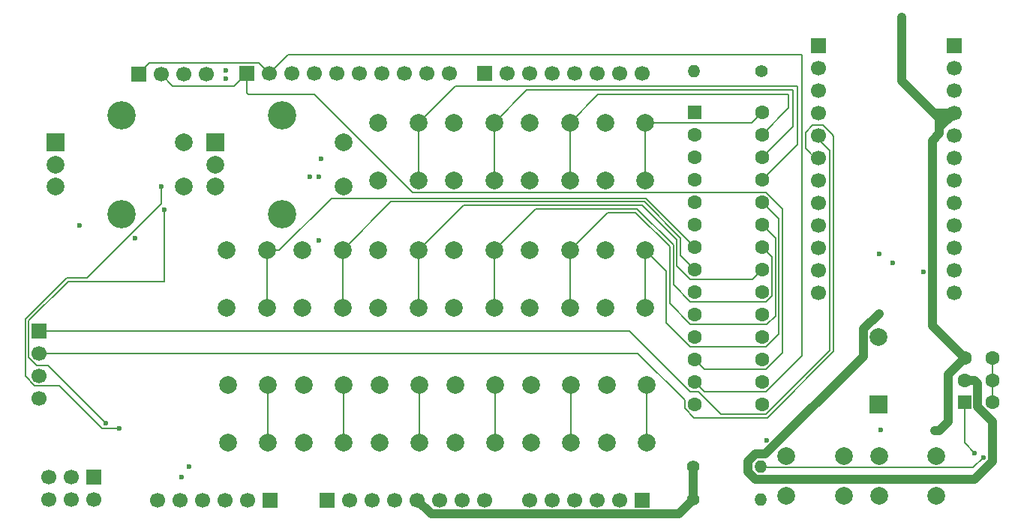
<source format=gbr>
%TF.GenerationSoftware,KiCad,Pcbnew,9.0.1*%
%TF.CreationDate,2025-05-27T17:05:58+05:30*%
%TF.ProjectId,macronardo,6d616372-6f6e-4617-9264-6f2e6b696361,rev?*%
%TF.SameCoordinates,Original*%
%TF.FileFunction,Copper,L2,Inr*%
%TF.FilePolarity,Positive*%
%FSLAX46Y46*%
G04 Gerber Fmt 4.6, Leading zero omitted, Abs format (unit mm)*
G04 Created by KiCad (PCBNEW 9.0.1) date 2025-05-27 17:05:58*
%MOMM*%
%LPD*%
G01*
G04 APERTURE LIST*
G04 Aperture macros list*
%AMRoundRect*
0 Rectangle with rounded corners*
0 $1 Rounding radius*
0 $2 $3 $4 $5 $6 $7 $8 $9 X,Y pos of 4 corners*
0 Add a 4 corners polygon primitive as box body*
4,1,4,$2,$3,$4,$5,$6,$7,$8,$9,$2,$3,0*
0 Add four circle primitives for the rounded corners*
1,1,$1+$1,$2,$3*
1,1,$1+$1,$4,$5*
1,1,$1+$1,$6,$7*
1,1,$1+$1,$8,$9*
0 Add four rect primitives between the rounded corners*
20,1,$1+$1,$2,$3,$4,$5,0*
20,1,$1+$1,$4,$5,$6,$7,0*
20,1,$1+$1,$6,$7,$8,$9,0*
20,1,$1+$1,$8,$9,$2,$3,0*%
G04 Aperture macros list end*
%TA.AperFunction,ComponentPad*%
%ADD10R,1.700000X1.700000*%
%TD*%
%TA.AperFunction,ComponentPad*%
%ADD11C,1.700000*%
%TD*%
%TA.AperFunction,ComponentPad*%
%ADD12C,2.000000*%
%TD*%
%TA.AperFunction,ComponentPad*%
%ADD13R,2.000000X2.000000*%
%TD*%
%TA.AperFunction,ComponentPad*%
%ADD14RoundRect,0.250000X-0.550000X-0.550000X0.550000X-0.550000X0.550000X0.550000X-0.550000X0.550000X0*%
%TD*%
%TA.AperFunction,ComponentPad*%
%ADD15C,1.600000*%
%TD*%
%TA.AperFunction,ComponentPad*%
%ADD16C,3.200000*%
%TD*%
%TA.AperFunction,ComponentPad*%
%ADD17C,1.400000*%
%TD*%
%TA.AperFunction,ComponentPad*%
%ADD18O,1.400000X1.400000*%
%TD*%
%TA.AperFunction,ComponentPad*%
%ADD19R,1.600000X1.600000*%
%TD*%
%TA.AperFunction,ViaPad*%
%ADD20C,0.600000*%
%TD*%
%TA.AperFunction,Conductor*%
%ADD21C,0.200000*%
%TD*%
%TA.AperFunction,Conductor*%
%ADD22C,1.000000*%
%TD*%
G04 APERTURE END LIST*
D10*
%TO.N,unconnected-(J7-Pin_1-Pad1)*%
%TO.C,J7*%
X201650000Y-49940000D03*
D11*
%TO.N,/GND*%
X201650000Y-52480000D03*
%TO.N,/RST*%
X201650000Y-55020000D03*
%TO.N,/VCC*%
X201650000Y-57560000D03*
%TO.N,/GPIO23*%
X201650000Y-60100000D03*
%TO.N,/HEAD_A2*%
X201650000Y-62640000D03*
%TO.N,/HEAD_A1*%
X201650000Y-65180000D03*
%TO.N,/CAPS_LK_STAT*%
X201650000Y-67720000D03*
%TO.N,/PROMICRO_SCLK*%
X201650000Y-70260000D03*
%TO.N,/PROMICRO_MISO*%
X201650000Y-72800000D03*
%TO.N,/PROMICRO_MOSI*%
X201650000Y-75340000D03*
%TO.N,/GPIO10*%
X201650000Y-77880000D03*
%TD*%
D12*
%TO.N,/LAYERLED*%
%TO.C,SW16*%
X193200000Y-96350000D03*
X199700000Y-96350000D03*
%TO.N,/LAYER_CHANGE_SW_IN*%
X193200000Y-100850001D03*
X199700001Y-100850000D03*
%TD*%
%TO.N,/LED1*%
%TO.C,SW0*%
X119700000Y-94850000D03*
X119700000Y-88350000D03*
%TO.N,/SW1*%
X124200001Y-94850000D03*
X124200000Y-88349999D03*
%TD*%
%TO.N,/LED2*%
%TO.C,SW1*%
X128250000Y-94850000D03*
X128250000Y-88350000D03*
%TO.N,/SW2*%
X132750001Y-94850000D03*
X132750000Y-88349999D03*
%TD*%
D13*
%TO.N,/BUZZ (+)*%
%TO.C,BZ0*%
X193160000Y-90490000D03*
D12*
%TO.N,Net-(BZ0--)*%
X193160000Y-82890000D03*
%TD*%
D14*
%TO.N,/SW1*%
%TO.C,U0*%
X172380000Y-57490000D03*
D15*
%TO.N,/SW2*%
X172380000Y-60030000D03*
%TO.N,/SW3*%
X172380000Y-62570000D03*
%TO.N,/SW4*%
X172380000Y-65110000D03*
%TO.N,/SW5*%
X172380000Y-67650000D03*
%TO.N,/SW6*%
X172380000Y-70190000D03*
%TO.N,/SW7*%
X172380000Y-72730000D03*
%TO.N,/SW8*%
X172380000Y-75270000D03*
%TO.N,/VCC*%
X172380000Y-77810000D03*
%TO.N,/GND*%
X172380000Y-80350000D03*
%TO.N,unconnected-(U0-NC-Pad11)*%
X172380000Y-82890000D03*
%TO.N,/SCL*%
X172380000Y-85430000D03*
%TO.N,/SDA*%
X172380000Y-87970000D03*
%TO.N,unconnected-(U0-NC-Pad14)*%
X172380000Y-90510000D03*
%TO.N,/GND*%
X180000000Y-90510000D03*
X180000000Y-87970000D03*
X180000000Y-85430000D03*
%TO.N,/VCC*%
X180000000Y-82890000D03*
%TO.N,unconnected-(U0-INTB-Pad19)*%
X180000000Y-80350000D03*
%TO.N,/INTA*%
X180000000Y-77810000D03*
%TO.N,/SW9*%
X180000000Y-75270000D03*
%TO.N,/SW10*%
X180000000Y-72730000D03*
%TO.N,/SW11*%
X180000000Y-70190000D03*
%TO.N,/SW12*%
X180000000Y-67650000D03*
%TO.N,/SW13*%
X180000000Y-65110000D03*
%TO.N,/SW14*%
X180000000Y-62570000D03*
%TO.N,/SW15*%
X180000000Y-60030000D03*
%TO.N,/SW16*%
X180000000Y-57490000D03*
%TD*%
D12*
%TO.N,/LED16*%
%TO.C,SW15*%
X162350000Y-65200000D03*
X162350000Y-58700000D03*
%TO.N,/SW16*%
X166850001Y-65200000D03*
X166850000Y-58699999D03*
%TD*%
%TO.N,/LED3*%
%TO.C,SW2*%
X136800000Y-94850000D03*
X136800000Y-88350000D03*
%TO.N,/SW3*%
X141300001Y-94850000D03*
X141300000Y-88349999D03*
%TD*%
%TO.N,/LED6*%
%TO.C,SW5*%
X162450001Y-94850000D03*
X162450001Y-88350000D03*
%TO.N,/SW6*%
X166950002Y-94850000D03*
X166950001Y-88349999D03*
%TD*%
D13*
%TO.N,/ENC0_A_IN*%
%TO.C,ENC0*%
X100250000Y-60900000D03*
D12*
%TO.N,/ENC0_B_IN*%
X100250000Y-65900000D03*
%TO.N,unconnected-(ENC0-PadC)*%
X100250000Y-63400000D03*
D16*
%TO.N,unconnected-(ENC0-PadMP)*%
X107750000Y-57800000D03*
X107750000Y-69000000D03*
D12*
%TO.N,/ENC0_SW_IN*%
X114750000Y-65900000D03*
%TO.N,/GND*%
X114750000Y-60900000D03*
%TD*%
D17*
%TO.N,Net-(BZ0--)*%
%TO.C,R2*%
X179910000Y-52850000D03*
D18*
%TO.N,/GND*%
X172290000Y-52850000D03*
%TD*%
D12*
%TO.N,/LED8*%
%TO.C,SW7*%
X128150000Y-79600000D03*
X128150000Y-73100000D03*
%TO.N,/SW8*%
X132650001Y-79600000D03*
X132650000Y-73099999D03*
%TD*%
%TO.N,/LED14*%
%TO.C,SW13*%
X145250000Y-65200000D03*
X145250000Y-58700000D03*
%TO.N,/SW14*%
X149750001Y-65200000D03*
X149750000Y-58699999D03*
%TD*%
%TO.N,/LED12*%
%TO.C,SW11*%
X162350000Y-79600000D03*
X162350000Y-73100000D03*
%TO.N,/SW12*%
X166850001Y-79600000D03*
X166850000Y-73099999D03*
%TD*%
%TO.N,/PRFLELED*%
%TO.C,SW17*%
X182750000Y-96350000D03*
X189250000Y-96350000D03*
%TO.N,/PROFILE_CHANGE_SW_IN*%
X182750000Y-100850001D03*
X189250001Y-100850000D03*
%TD*%
D10*
%TO.N,/OLED_SDA*%
%TO.C,J0*%
X98400000Y-82190000D03*
D11*
%TO.N,/OLED_SCL*%
X98400000Y-84730000D03*
%TO.N,/VCC*%
X98400000Y-87269999D03*
%TO.N,/GND*%
X98400000Y-89810000D03*
%TD*%
D12*
%TO.N,/LED7*%
%TO.C,SW6*%
X119600000Y-79600000D03*
X119600000Y-73100000D03*
%TO.N,/SW7*%
X124100001Y-79600000D03*
X124100000Y-73099999D03*
%TD*%
D17*
%TO.N,/VCC*%
%TO.C,R0*%
X172190000Y-97550000D03*
D18*
%TO.N,/SDA*%
X179810000Y-97550000D03*
%TD*%
D12*
%TO.N,/LED15*%
%TO.C,SW14*%
X153800000Y-65200000D03*
X153800000Y-58700000D03*
%TO.N,/SW15*%
X158300001Y-65200000D03*
X158300000Y-58699999D03*
%TD*%
D10*
%TO.N,/CAPS_LK_STAT_IN*%
%TO.C,J9*%
X124490000Y-101390000D03*
D11*
%TO.N,/HEAD_A1*%
X121950000Y-101390000D03*
%TO.N,/HEAD_A2*%
X119410001Y-101390000D03*
%TO.N,/HEAD_A3*%
X116870000Y-101390000D03*
%TO.N,/HEAD_A4*%
X114330000Y-101390000D03*
%TO.N,/HEAD_A5*%
X111790000Y-101390000D03*
%TD*%
D12*
%TO.N,/LED4*%
%TO.C,SW3*%
X145350000Y-94850000D03*
X145350000Y-88350000D03*
%TO.N,/SW4*%
X149850001Y-94850000D03*
X149850000Y-88349999D03*
%TD*%
%TO.N,/LED5*%
%TO.C,SW4*%
X153900000Y-94850000D03*
X153900000Y-88350000D03*
%TO.N,/SW5*%
X158400001Y-94850000D03*
X158400000Y-88349999D03*
%TD*%
%TO.N,/LED13*%
%TO.C,SW12*%
X136700000Y-65200000D03*
X136700000Y-58700000D03*
%TO.N,/SW13*%
X141200001Y-65200000D03*
X141200000Y-58699999D03*
%TD*%
%TO.N,/LED10*%
%TO.C,SW9*%
X145250000Y-79600000D03*
X145250000Y-73100000D03*
%TO.N,/SW10*%
X149750001Y-79600000D03*
X149750000Y-73099999D03*
%TD*%
%TO.N,/LED11*%
%TO.C,SW10*%
X153800000Y-79600000D03*
X153800000Y-73100000D03*
%TO.N,/SW11*%
X158300001Y-79600000D03*
X158300000Y-73099999D03*
%TD*%
D10*
%TO.N,/PRMCO_TX*%
%TO.C,J2*%
X186400000Y-49940000D03*
D11*
%TO.N,/PRMCO_RX*%
X186400000Y-52480000D03*
%TO.N,/GND*%
X186400000Y-55020000D03*
X186400000Y-57560000D03*
%TO.N,/OLED_SDA*%
X186400000Y-60100000D03*
%TO.N,/OLED_SCL*%
X186400000Y-62640000D03*
%TO.N,/GPIO4*%
X186400000Y-65180000D03*
%TO.N,/LED_R*%
X186400000Y-67720000D03*
%TO.N,/LED_G*%
X186400000Y-70260000D03*
%TO.N,/BUZZ (+)*%
X186400000Y-72800000D03*
%TO.N,/GPIO8*%
X186400000Y-75340000D03*
%TO.N,/LED_B*%
X186400000Y-77880000D03*
%TD*%
D13*
%TO.N,/ENC1_A_IN*%
%TO.C,ENC1*%
X118300000Y-60900000D03*
D12*
%TO.N,/ENC1_B_IN*%
X118300000Y-65900000D03*
%TO.N,unconnected-(ENC1-PadC)*%
X118300000Y-63400000D03*
D16*
%TO.N,unconnected-(ENC1-PadMP)*%
X125800000Y-57800000D03*
X125800000Y-69000000D03*
D12*
%TO.N,/ENC1_SW_IN*%
X132800000Y-65900000D03*
%TO.N,/GND*%
X132800000Y-60900000D03*
%TD*%
D19*
%TO.N,/WRT_PRTCT_TGGL*%
%TO.C,SW18*%
X202850001Y-90307500D03*
D15*
%TO.N,/GND*%
X202850001Y-87807500D03*
%TO.N,/VCC*%
X202850001Y-85307500D03*
%TO.N,N/C*%
X206050001Y-90307500D03*
X206050001Y-87807500D03*
X206050001Y-85307500D03*
%TD*%
D17*
%TO.N,/VCC*%
%TO.C,R1*%
X172200000Y-101300000D03*
D18*
%TO.N,/SCL*%
X179820000Y-101300000D03*
%TD*%
D12*
%TO.N,/LED9*%
%TO.C,SW8*%
X136700000Y-79600000D03*
X136700000Y-73100000D03*
%TO.N,/SW9*%
X141200001Y-79600000D03*
X141200000Y-73099999D03*
%TD*%
D10*
%TO.N,/HEAD_A2*%
%TO.C,J8*%
X104540000Y-98725000D03*
D11*
%TO.N,/CAPS_LK_STAT*%
X104540000Y-101265000D03*
%TO.N,/HEAD_A4*%
X102000000Y-98725000D03*
%TO.N,/GND*%
X102000000Y-101265000D03*
%TO.N,/HEAD_A1*%
X99460001Y-98725000D03*
%TO.N,/VCC*%
X99460000Y-101265000D03*
%TD*%
D10*
%TO.N,/CAPS_LK_STAT*%
%TO.C,J3*%
X166450000Y-101350000D03*
D11*
%TO.N,/HEAD_A1*%
X163910000Y-101350000D03*
%TO.N,/HEAD_A2*%
X161370001Y-101350000D03*
%TO.N,/HEAD_A3*%
X158830000Y-101350000D03*
%TO.N,/HEAD_A4*%
X156290000Y-101350000D03*
%TO.N,/HEAD_A5*%
X153750000Y-101350000D03*
%TD*%
D10*
%TO.N,unconnected-(J4-Pin_1-Pad1)*%
%TO.C,J4*%
X130930001Y-101350000D03*
D11*
%TO.N,/IOREF*%
X133470001Y-101350000D03*
%TO.N,/RESET*%
X136010000Y-101350000D03*
%TO.N,/3V3_LOGIC*%
X138550001Y-101350000D03*
%TO.N,/VCC*%
X141090001Y-101350000D03*
%TO.N,/GND*%
X143630001Y-101350000D03*
X146170001Y-101350000D03*
%TO.N,/VIN*%
X148710002Y-101350000D03*
%TD*%
D10*
%TO.N,/INTA*%
%TO.C,J5*%
X148690000Y-53100002D03*
D11*
%TO.N,/ENC0_B_IN*%
X151230000Y-53100002D03*
%TO.N,/ENC0_A_IN*%
X153769999Y-53100002D03*
%TO.N,/ENC0_SW_IN*%
X156310000Y-53100002D03*
%TO.N,unconnected-(J5-Pin_5-Pad5)*%
X158850000Y-53100002D03*
%TO.N,unconnected-(J5-Pin_6-Pad6)*%
X161390000Y-53100002D03*
%TO.N,/UART_TX*%
X163930000Y-53100002D03*
%TO.N,/UART_RX*%
X166470001Y-53100002D03*
%TD*%
D10*
%TO.N,/SDA*%
%TO.C,J1*%
X109630000Y-53200000D03*
D11*
%TO.N,/SCL*%
X112170000Y-53200000D03*
%TO.N,/VCC*%
X114709999Y-53200000D03*
%TO.N,/GND*%
X117250000Y-53200000D03*
%TD*%
D10*
%TO.N,/SCL*%
%TO.C,J6*%
X121829999Y-53100000D03*
D11*
%TO.N,/SDA*%
X124369999Y-53100000D03*
%TO.N,unconnected-(J6-Pin_3-Pad3)*%
X126909998Y-53100000D03*
%TO.N,/GND*%
X129449999Y-53100000D03*
%TO.N,/PROFILE_CHANGE_SW_IN*%
X131989999Y-53100000D03*
%TO.N,/LAYER_CHANGE_SW_IN*%
X134529999Y-53100000D03*
%TO.N,/ENC1_B_IN*%
X137069999Y-53100000D03*
%TO.N,/ENC1_A_IN*%
X139610000Y-53100000D03*
%TO.N,/ENC1_SW_IN*%
X142149999Y-53100000D03*
%TO.N,/PWR_LED*%
X144689999Y-53100000D03*
%TD*%
D20*
%TO.N,/VCC*%
X195732814Y-46732814D03*
X180500000Y-94601000D03*
X199500000Y-93500000D03*
%TO.N,/HEAD_A4*%
X115350000Y-97574000D03*
%TO.N,/GND*%
X193199000Y-80260000D03*
X130000000Y-72000000D03*
X193400000Y-93400000D03*
X191500000Y-98750000D03*
%TO.N,/HEAD_A2*%
X114504999Y-98725000D03*
%TO.N,/UART_TX*%
X119500000Y-52750000D03*
X109250000Y-71750000D03*
%TO.N,/SDA*%
X205000000Y-96500000D03*
%TO.N,/PWR_LED*%
X103000000Y-70250000D03*
X119500000Y-53651000D03*
%TO.N,/LED_G*%
X107480000Y-93240000D03*
X112187000Y-65893000D03*
X129000000Y-64750000D03*
X194750000Y-74500000D03*
%TO.N,/LED_B*%
X112550000Y-68480000D03*
X105960000Y-92600000D03*
X130250000Y-62750000D03*
X198250000Y-75500000D03*
%TO.N,/LED_R*%
X130000000Y-64750000D03*
X193250000Y-73500000D03*
%TO.N,/WRT_PRTCT_TGGL*%
X204000000Y-96000000D03*
%TD*%
D21*
%TO.N,*%
X206050001Y-87807500D02*
X206050001Y-85307500D01*
X206050001Y-90307500D02*
X206050001Y-87807500D01*
D22*
%TO.N,/VCC*%
X201000000Y-87157501D02*
X201000000Y-92500000D01*
X201650000Y-57560000D02*
X199999000Y-59211000D01*
X142640001Y-102900000D02*
X141090001Y-101350000D01*
X170600000Y-102900000D02*
X142640001Y-102900000D01*
X200000000Y-93500000D02*
X199500000Y-93500000D01*
X199999000Y-59900000D02*
X199200000Y-60699000D01*
X199251000Y-75085372D02*
X199251000Y-75914628D01*
X199200000Y-75034372D02*
X199251000Y-75085372D01*
X199999000Y-59211000D02*
X199999000Y-59900000D01*
X195732814Y-46732814D02*
X195732814Y-53912814D01*
X201000000Y-92500000D02*
X200000000Y-93500000D01*
X172200000Y-101300000D02*
X170600000Y-102900000D01*
X199200000Y-81657499D02*
X202850001Y-85307500D01*
X199999000Y-58179000D02*
X199999000Y-59900000D01*
X199251000Y-75914628D02*
X199200000Y-75965628D01*
X199200000Y-60699000D02*
X199200000Y-75034372D01*
X199200000Y-75965628D02*
X199200000Y-81657499D01*
X199380000Y-57560000D02*
X199999000Y-58179000D01*
X172190000Y-97550000D02*
X172190000Y-101290000D01*
X172190000Y-101290000D02*
X172200000Y-101300000D01*
X202850001Y-85307500D02*
X201000000Y-87157501D01*
X195732814Y-53912814D02*
X199380000Y-57560000D01*
X199380000Y-57560000D02*
X201650000Y-57560000D01*
D21*
%TO.N,/HEAD_A4*%
X113903999Y-100963999D02*
X114330000Y-101390000D01*
D22*
%TO.N,/GND*%
X180390314Y-96149000D02*
X179229686Y-96149000D01*
X193199000Y-80260000D02*
X191459000Y-82000000D01*
X178409000Y-96969686D02*
X178409000Y-98130314D01*
X204351001Y-90780000D02*
X204351001Y-88177130D01*
X204351001Y-88177130D02*
X203981371Y-87807500D01*
X179229686Y-98951000D02*
X203964628Y-98951000D01*
X191459000Y-85080314D02*
X180390314Y-96149000D01*
X179229686Y-96149000D02*
X178409000Y-96969686D01*
X206001000Y-92429999D02*
X204351001Y-90780000D01*
X191459000Y-82000000D02*
X191459000Y-85080314D01*
X203964628Y-98951000D02*
X206001000Y-96914628D01*
X178409000Y-98130314D02*
X179229686Y-98951000D01*
X206001000Y-96914628D02*
X206001000Y-92429999D01*
X203981371Y-87807500D02*
X202850001Y-87807500D01*
D21*
%TO.N,/SCL*%
X180456050Y-66549000D02*
X140549000Y-66549000D01*
X121829999Y-53100000D02*
X120429999Y-54500000D01*
X140549000Y-66549000D02*
X129500000Y-55500000D01*
X182304000Y-84683050D02*
X182304000Y-68396950D01*
X172380000Y-85430000D02*
X173481000Y-86531000D01*
X122000000Y-55500000D02*
X121829999Y-55329999D01*
X129500000Y-55500000D02*
X122000000Y-55500000D01*
X182304000Y-68396950D02*
X180456050Y-66549000D01*
X113470000Y-54500000D02*
X112170000Y-53200000D01*
X173481000Y-86531000D02*
X180456050Y-86531000D01*
X121829999Y-55329999D02*
X121829999Y-53100000D01*
X180456050Y-86531000D02*
X182304000Y-84683050D01*
X120429999Y-54500000D02*
X113470000Y-54500000D01*
%TO.N,/SDA*%
X124369999Y-53100000D02*
X123218999Y-51949000D01*
X126469999Y-51000000D02*
X124369999Y-53100000D01*
X203849000Y-97651000D02*
X179911000Y-97651000D01*
X110881000Y-51949000D02*
X109630000Y-53200000D01*
X205000000Y-96500000D02*
X203849000Y-97651000D01*
X184500000Y-51000000D02*
X126469999Y-51000000D01*
X173481000Y-89071000D02*
X180456050Y-89071000D01*
X179911000Y-97651000D02*
X179810000Y-97550000D01*
X184500000Y-85027050D02*
X184500000Y-51000000D01*
X123218999Y-51949000D02*
X110881000Y-51949000D01*
X180456050Y-89071000D02*
X184500000Y-85027050D01*
X172380000Y-87970000D02*
X173481000Y-89071000D01*
%TO.N,/SW1*%
X124200001Y-94850000D02*
X124200000Y-88349999D01*
%TO.N,/SW2*%
X132750001Y-94850000D02*
X132750000Y-88349999D01*
%TO.N,/SW3*%
X141300001Y-94850000D02*
X141300000Y-88349999D01*
%TO.N,/SW4*%
X149850001Y-94850000D02*
X149850000Y-88349999D01*
%TO.N,/SW5*%
X158400001Y-94850000D02*
X158400000Y-88349999D01*
%TO.N,/SW6*%
X166950002Y-94850000D02*
X166950001Y-88349999D01*
%TO.N,/SW7*%
X125514213Y-73099999D02*
X131413212Y-67201000D01*
X172380000Y-72730000D02*
X166851000Y-67201000D01*
X124100001Y-79600000D02*
X124100000Y-73099999D01*
X124100000Y-73099999D02*
X125514213Y-73099999D01*
X166851000Y-67201000D02*
X131413212Y-67201000D01*
%TO.N,/SW8*%
X166684900Y-67602000D02*
X170791450Y-71708550D01*
X132650001Y-79600000D02*
X132650000Y-73099999D01*
X170791450Y-71708550D02*
X170791450Y-73681450D01*
X132650000Y-73099999D02*
X138147999Y-67602000D01*
X170791450Y-73681450D02*
X172380000Y-75270000D01*
X138147999Y-67602000D02*
X166684900Y-67602000D01*
%TO.N,/SW9*%
X166500000Y-68003000D02*
X170390450Y-71893450D01*
X141200001Y-79600000D02*
X141200000Y-73099999D01*
X146296999Y-68003000D02*
X166500000Y-68003000D01*
X171923950Y-76371000D02*
X178899000Y-76371000D01*
X170390450Y-71893450D02*
X170390450Y-74837500D01*
X170390450Y-74837500D02*
X171923950Y-76371000D01*
X178899000Y-76371000D02*
X180000000Y-75270000D01*
X141200000Y-73099999D02*
X146296999Y-68003000D01*
%TO.N,/SW10*%
X171923950Y-78911000D02*
X180456050Y-78911000D01*
X181101000Y-78266050D02*
X181101000Y-73831000D01*
X169989450Y-76976500D02*
X171923950Y-78911000D01*
X169989450Y-72489450D02*
X169989450Y-76976500D01*
X154445999Y-68404000D02*
X165904000Y-68404000D01*
X149750000Y-73099999D02*
X154445999Y-68404000D01*
X181101000Y-73831000D02*
X180000000Y-72730000D01*
X149750001Y-79600000D02*
X149750000Y-73099999D01*
X165904000Y-68404000D02*
X169989450Y-72489450D01*
X180456050Y-78911000D02*
X181101000Y-78266050D01*
%TO.N,/SW11*%
X169588450Y-79115500D02*
X171923950Y-81451000D01*
X181502000Y-80498000D02*
X181502000Y-71692000D01*
X171923950Y-81451000D02*
X180549000Y-81451000D01*
X158300000Y-73099999D02*
X158300001Y-79600000D01*
X165737900Y-68805000D02*
X169588450Y-72655550D01*
X181502000Y-71692000D02*
X180000000Y-70190000D01*
X162594999Y-68805000D02*
X165737900Y-68805000D01*
X180549000Y-81451000D02*
X181502000Y-80498000D01*
X158300000Y-73099999D02*
X162594999Y-68805000D01*
X169588450Y-72655550D02*
X169588450Y-79115500D01*
%TO.N,/SW12*%
X180456050Y-83991000D02*
X181903000Y-82544050D01*
X171923950Y-83991000D02*
X180456050Y-83991000D01*
X166850001Y-79600000D02*
X166850000Y-73099999D01*
X166850000Y-73099999D02*
X169187450Y-75437449D01*
X181903000Y-69553000D02*
X180000000Y-67650000D01*
X169187450Y-75437449D02*
X169187450Y-81254500D01*
X181903000Y-82544050D02*
X181903000Y-69553000D01*
X169187450Y-81254500D02*
X171923950Y-83991000D01*
%TO.N,/SW13*%
X145399999Y-54500000D02*
X184000000Y-54500000D01*
X184000000Y-61110000D02*
X180000000Y-65110000D01*
X184000000Y-54500000D02*
X184000000Y-61110000D01*
X141200000Y-58699999D02*
X141200001Y-65200000D01*
X141200000Y-58699999D02*
X145399999Y-54500000D01*
%TO.N,/SW14*%
X149750000Y-58699999D02*
X153449999Y-55000000D01*
X183500000Y-55000000D02*
X183500000Y-59070000D01*
X149750000Y-58699999D02*
X149750001Y-65200000D01*
X183500000Y-59070000D02*
X180000000Y-62570000D01*
X153449999Y-55000000D02*
X183500000Y-55000000D01*
%TO.N,/SW15*%
X158300000Y-58699999D02*
X158300001Y-65200000D01*
X183000000Y-55500000D02*
X183000000Y-57030000D01*
X161499999Y-55500000D02*
X183000000Y-55500000D01*
X183000000Y-57030000D02*
X180000000Y-60030000D01*
X158300000Y-58699999D02*
X161499999Y-55500000D01*
%TO.N,/SW16*%
X166850000Y-58699999D02*
X178790001Y-58699999D01*
X178790001Y-58699999D02*
X180000000Y-57490000D01*
X166850000Y-58699999D02*
X166850001Y-65200000D01*
%TO.N,/OLED_SDA*%
X187630000Y-61790000D02*
X186300000Y-60460000D01*
X171923950Y-89071000D02*
X172836050Y-89071000D01*
X175376050Y-91611000D02*
X180456050Y-91611000D01*
X187630000Y-84437050D02*
X187630000Y-61790000D01*
X180456050Y-91611000D02*
X187630000Y-84437050D01*
X165042950Y-82190000D02*
X171923950Y-89071000D01*
X172836050Y-89071000D02*
X175376050Y-91611000D01*
X98400000Y-82190000D02*
X165042950Y-82190000D01*
%TO.N,/OLED_SCL*%
X186877760Y-58950000D02*
X187852000Y-59924240D01*
X172324950Y-92012000D02*
X171279000Y-90966050D01*
X184901000Y-61601000D02*
X184901000Y-59769000D01*
X185720000Y-58950000D02*
X186877760Y-58950000D01*
X188100000Y-84534150D02*
X180622150Y-92012000D01*
X165955050Y-84730000D02*
X98400000Y-84730000D01*
X188100000Y-60170000D02*
X188100000Y-84534150D01*
X171279000Y-90053950D02*
X165955050Y-84730000D01*
X187852000Y-59924240D02*
X187854240Y-59924240D01*
X171279000Y-90966050D02*
X171279000Y-90053950D01*
X187854240Y-59924240D02*
X188100000Y-60170000D01*
X186300000Y-63000000D02*
X184901000Y-61601000D01*
X180622150Y-92012000D02*
X172324950Y-92012000D01*
X184901000Y-59769000D02*
X185720000Y-58950000D01*
%TO.N,/LED_G*%
X97923240Y-88420999D02*
X96848000Y-87345759D01*
X103809000Y-76199000D02*
X112187000Y-67821000D01*
X112187000Y-67821000D02*
X112187000Y-65893000D01*
X107480000Y-93240000D02*
X105520000Y-93240000D01*
X96848000Y-87345759D02*
X96848000Y-80872900D01*
X105520000Y-93240000D02*
X100700999Y-88420999D01*
X100700999Y-88420999D02*
X97923240Y-88420999D01*
X101521900Y-76199000D02*
X103809000Y-76199000D01*
X96848000Y-80872900D02*
X101521900Y-76199000D01*
%TO.N,/LED_B*%
X101688000Y-76600000D02*
X97249000Y-81039000D01*
X112550000Y-68480000D02*
X112550000Y-76600000D01*
X99440000Y-86080000D02*
X105960000Y-92600000D01*
X112550000Y-76600000D02*
X101688000Y-76600000D01*
X98122240Y-86080000D02*
X99440000Y-86080000D01*
X97249000Y-85206760D02*
X98122240Y-86080000D01*
X97249000Y-81039000D02*
X97249000Y-85206760D01*
%TO.N,/WRT_PRTCT_TGGL*%
X204000000Y-96000000D02*
X202850001Y-94850001D01*
X202850001Y-94850001D02*
X202850001Y-90307500D01*
%TD*%
M02*

</source>
